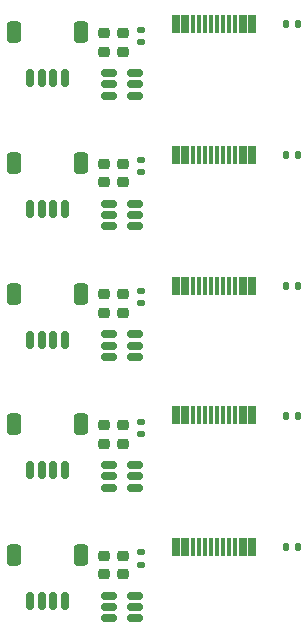
<source format=gbr>
%TF.GenerationSoftware,KiCad,Pcbnew,(6.0.5)*%
%TF.CreationDate,2022-06-02T02:11:43+02:00*%
%TF.ProjectId,5Panel_AKBDB,3550616e-656c-45f4-914b-4244422e6b69,R1*%
%TF.SameCoordinates,Original*%
%TF.FileFunction,Paste,Bot*%
%TF.FilePolarity,Positive*%
%FSLAX46Y46*%
G04 Gerber Fmt 4.6, Leading zero omitted, Abs format (unit mm)*
G04 Created by KiCad (PCBNEW (6.0.5)) date 2022-06-02 02:11:43*
%MOMM*%
%LPD*%
G01*
G04 APERTURE LIST*
G04 Aperture macros list*
%AMRoundRect*
0 Rectangle with rounded corners*
0 $1 Rounding radius*
0 $2 $3 $4 $5 $6 $7 $8 $9 X,Y pos of 4 corners*
0 Add a 4 corners polygon primitive as box body*
4,1,4,$2,$3,$4,$5,$6,$7,$8,$9,$2,$3,0*
0 Add four circle primitives for the rounded corners*
1,1,$1+$1,$2,$3*
1,1,$1+$1,$4,$5*
1,1,$1+$1,$6,$7*
1,1,$1+$1,$8,$9*
0 Add four rect primitives between the rounded corners*
20,1,$1+$1,$2,$3,$4,$5,0*
20,1,$1+$1,$4,$5,$6,$7,0*
20,1,$1+$1,$6,$7,$8,$9,0*
20,1,$1+$1,$8,$9,$2,$3,0*%
G04 Aperture macros list end*
%ADD10RoundRect,0.050000X0.300000X0.725000X-0.300000X0.725000X-0.300000X-0.725000X0.300000X-0.725000X0*%
%ADD11RoundRect,0.050000X0.150000X0.725000X-0.150000X0.725000X-0.150000X-0.725000X0.150000X-0.725000X0*%
%ADD12RoundRect,0.150000X0.512500X0.150000X-0.512500X0.150000X-0.512500X-0.150000X0.512500X-0.150000X0*%
%ADD13RoundRect,0.135000X0.185000X-0.135000X0.185000X0.135000X-0.185000X0.135000X-0.185000X-0.135000X0*%
%ADD14RoundRect,0.218750X-0.256250X0.218750X-0.256250X-0.218750X0.256250X-0.218750X0.256250X0.218750X0*%
%ADD15RoundRect,0.135000X-0.135000X-0.185000X0.135000X-0.185000X0.135000X0.185000X-0.135000X0.185000X0*%
%ADD16RoundRect,0.150000X-0.150000X-0.625000X0.150000X-0.625000X0.150000X0.625000X-0.150000X0.625000X0*%
%ADD17RoundRect,0.250000X-0.350000X-0.650000X0.350000X-0.650000X0.350000X0.650000X-0.350000X0.650000X0*%
G04 APERTURE END LIST*
D10*
%TO.C,J1*%
X82006431Y-85222691D03*
X81231431Y-85222691D03*
D11*
X80531431Y-85222691D03*
X80031431Y-85222691D03*
X79531431Y-85222691D03*
X79031431Y-85222691D03*
X78531431Y-85222691D03*
X78031431Y-85222691D03*
X77531431Y-85222691D03*
X77031431Y-85222691D03*
D10*
X76331431Y-85222691D03*
X75556431Y-85222691D03*
%TD*%
%TO.C,J1*%
X81998326Y-74095296D03*
X81223326Y-74095296D03*
D11*
X80523326Y-74095296D03*
X80023326Y-74095296D03*
X79523326Y-74095296D03*
X79023326Y-74095296D03*
X78523326Y-74095296D03*
X78023326Y-74095296D03*
X77523326Y-74095296D03*
X77023326Y-74095296D03*
D10*
X76323326Y-74095296D03*
X75548326Y-74095296D03*
%TD*%
%TO.C,J1*%
X82006431Y-63092691D03*
X81231431Y-63092691D03*
D11*
X80531431Y-63092691D03*
X80031431Y-63092691D03*
X79531431Y-63092691D03*
X79031431Y-63092691D03*
X78531431Y-63092691D03*
X78031431Y-63092691D03*
X77531431Y-63092691D03*
X77031431Y-63092691D03*
D10*
X76331431Y-63092691D03*
X75556431Y-63092691D03*
%TD*%
%TO.C,J1*%
X82006431Y-52027691D03*
X81231431Y-52027691D03*
D11*
X80531431Y-52027691D03*
X80031431Y-52027691D03*
X79531431Y-52027691D03*
X79031431Y-52027691D03*
X78531431Y-52027691D03*
X78031431Y-52027691D03*
X77531431Y-52027691D03*
X77031431Y-52027691D03*
D10*
X76331431Y-52027691D03*
X75556431Y-52027691D03*
%TD*%
D11*
%TO.C,J1*%
X79031431Y-40962691D03*
X78531431Y-40962691D03*
X78031431Y-40962691D03*
X79531431Y-40962691D03*
X77531431Y-40962691D03*
X80031431Y-40962691D03*
X77031431Y-40962691D03*
X80531431Y-40962691D03*
D10*
X81231431Y-40962691D03*
X76331431Y-40962691D03*
X82006431Y-40962691D03*
X75556431Y-40962691D03*
%TD*%
D12*
%TO.C,U1*%
X72126431Y-67234691D03*
X72126431Y-68184691D03*
X72126431Y-69134691D03*
X69851431Y-69134691D03*
X69851431Y-68184691D03*
X69851431Y-67234691D03*
%TD*%
D13*
%TO.C,R2*%
X72591431Y-75649691D03*
X72591431Y-74629691D03*
%TD*%
%TO.C,R2*%
X72591431Y-86714691D03*
X72591431Y-85694691D03*
%TD*%
D14*
%TO.C,F1*%
X71066431Y-74915191D03*
X71066431Y-76490191D03*
%TD*%
%TO.C,F1*%
X71066431Y-85980191D03*
X71066431Y-87555191D03*
%TD*%
D15*
%TO.C,R1*%
X84858931Y-40964691D03*
X85878931Y-40964691D03*
%TD*%
D12*
%TO.C,U1*%
X72126431Y-56169691D03*
X72126431Y-57119691D03*
X72126431Y-58069691D03*
X69851431Y-58069691D03*
X69851431Y-57119691D03*
X69851431Y-56169691D03*
%TD*%
D13*
%TO.C,R2*%
X72591431Y-42454691D03*
X72591431Y-41434691D03*
%TD*%
D16*
%TO.C,J2*%
X63181431Y-78732691D03*
X64181431Y-78732691D03*
X65181431Y-78732691D03*
X66181431Y-78732691D03*
D17*
X61881431Y-74857691D03*
X67481431Y-74857691D03*
%TD*%
D15*
%TO.C,R1*%
X84858931Y-52029691D03*
X85878931Y-52029691D03*
%TD*%
D13*
%TO.C,R2*%
X72591431Y-53519691D03*
X72591431Y-52499691D03*
%TD*%
D15*
%TO.C,R1*%
X84858931Y-63094691D03*
X85878931Y-63094691D03*
%TD*%
D12*
%TO.C,U1*%
X72126431Y-45104691D03*
X72126431Y-46054691D03*
X72126431Y-47004691D03*
X69851431Y-47004691D03*
X69851431Y-46054691D03*
X69851431Y-45104691D03*
%TD*%
D15*
%TO.C,R1*%
X84858931Y-85224691D03*
X85878931Y-85224691D03*
%TD*%
D16*
%TO.C,J2*%
X63181431Y-45537691D03*
X64181431Y-45537691D03*
X65181431Y-45537691D03*
X66181431Y-45537691D03*
D17*
X61881431Y-41662691D03*
X67481431Y-41662691D03*
%TD*%
D12*
%TO.C,U1*%
X72126431Y-78299691D03*
X72126431Y-79249691D03*
X72126431Y-80199691D03*
X69851431Y-80199691D03*
X69851431Y-79249691D03*
X69851431Y-78299691D03*
%TD*%
D16*
%TO.C,J2*%
X63181431Y-56602691D03*
X64181431Y-56602691D03*
X65181431Y-56602691D03*
X66181431Y-56602691D03*
D17*
X61881431Y-52727691D03*
X67481431Y-52727691D03*
%TD*%
D16*
%TO.C,J2*%
X63181431Y-67667691D03*
X64181431Y-67667691D03*
X65181431Y-67667691D03*
X66181431Y-67667691D03*
D17*
X67481431Y-63792691D03*
X61881431Y-63792691D03*
%TD*%
D14*
%TO.C,F1*%
X71066431Y-52785191D03*
X71066431Y-54360191D03*
%TD*%
%TO.C,L1*%
X69468931Y-63847191D03*
X69468931Y-65422191D03*
%TD*%
%TO.C,F1*%
X71066431Y-63850191D03*
X71066431Y-65425191D03*
%TD*%
%TO.C,L1*%
X69468931Y-74912191D03*
X69468931Y-76487191D03*
%TD*%
D15*
%TO.C,R1*%
X84858931Y-74159691D03*
X85878931Y-74159691D03*
%TD*%
D16*
%TO.C,J2*%
X63181431Y-89797691D03*
X64181431Y-89797691D03*
X65181431Y-89797691D03*
X66181431Y-89797691D03*
D17*
X61881431Y-85922691D03*
X67481431Y-85922691D03*
%TD*%
D14*
%TO.C,L1*%
X69468931Y-52782191D03*
X69468931Y-54357191D03*
%TD*%
D13*
%TO.C,R2*%
X72591431Y-64584691D03*
X72591431Y-63564691D03*
%TD*%
D14*
%TO.C,F1*%
X71066431Y-41720191D03*
X71066431Y-43295191D03*
%TD*%
%TO.C,L1*%
X69468931Y-41717191D03*
X69468931Y-43292191D03*
%TD*%
D12*
%TO.C,U1*%
X72126431Y-89364691D03*
X72126431Y-90314691D03*
X72126431Y-91264691D03*
X69851431Y-91264691D03*
X69851431Y-90314691D03*
X69851431Y-89364691D03*
%TD*%
D14*
%TO.C,L1*%
X69468931Y-85977191D03*
X69468931Y-87552191D03*
%TD*%
M02*

</source>
